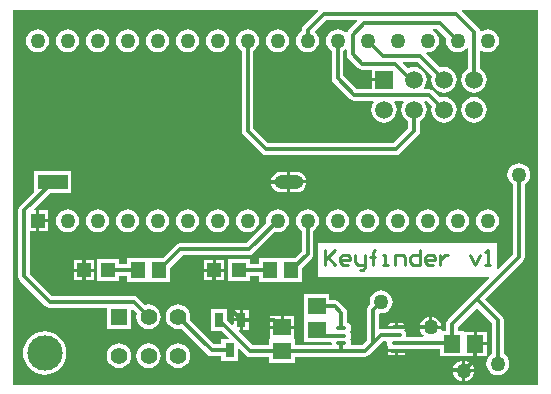
<source format=gtl>
%FSLAX25Y25*%
%MOIN*%
G70*
G01*
G75*
G04 Layer_Physical_Order=1*
G04 Layer_Color=255*
%ADD10R,0.04724X0.05512*%
%ADD11R,0.04724X0.04724*%
%ADD12O,0.03937X0.01181*%
%ADD13R,0.03937X0.01181*%
%ADD14R,0.05906X0.05512*%
%ADD15R,0.02992X0.04724*%
%ADD16R,0.05512X0.05906*%
%ADD17C,0.01300*%
%ADD18C,0.01000*%
%ADD19C,0.11811*%
%ADD20R,0.05906X0.05906*%
%ADD21C,0.05906*%
%ADD22R,0.09843X0.04724*%
%ADD23O,0.09843X0.04724*%
%ADD24R,0.05000X0.05000*%
%ADD25C,0.05000*%
%ADD26C,0.05512*%
%ADD27R,0.05512X0.05512*%
G36*
X113645Y114018D02*
Y112627D01*
X113796Y111866D01*
X114227Y111221D01*
X117327Y108121D01*
X117972Y107690D01*
X118733Y107539D01*
X122180D01*
Y104627D01*
X126133D01*
Y103627D01*
X122180D01*
Y101018D01*
X121524D01*
X121035Y101115D01*
X116956D01*
X112621Y105451D01*
Y113863D01*
X113145Y114265D01*
X113645Y114018D01*
D02*
G37*
G36*
X177500Y2500D02*
X2500D01*
Y127500D01*
X103987D01*
X104194Y127000D01*
X99227Y122033D01*
X98796Y121388D01*
X98644Y120627D01*
Y120391D01*
X97922Y119837D01*
X97313Y119044D01*
X96930Y118119D01*
X96800Y117127D01*
X96930Y116135D01*
X97313Y115211D01*
X97922Y114417D01*
X98716Y113808D01*
X99641Y113425D01*
X100633Y113294D01*
X101625Y113425D01*
X102549Y113808D01*
X103343Y114417D01*
X103952Y115211D01*
X104335Y116135D01*
X104465Y117127D01*
X104335Y118119D01*
X103952Y119044D01*
X103343Y119837D01*
X103254Y119905D01*
X103221Y120404D01*
X106829Y124012D01*
X117052D01*
X117244Y123550D01*
X114227Y120533D01*
X113860Y119984D01*
X113509Y119885D01*
X113285Y119882D01*
X112549Y120446D01*
X111625Y120829D01*
X110633Y120960D01*
X109641Y120829D01*
X108716Y120446D01*
X107922Y119837D01*
X107313Y119044D01*
X106930Y118119D01*
X106800Y117127D01*
X106930Y116135D01*
X107313Y115211D01*
X107922Y114417D01*
X108644Y113863D01*
Y104627D01*
X108796Y103866D01*
X109227Y103221D01*
X114727Y97721D01*
X115372Y97290D01*
X116133Y97139D01*
X119741D01*
X120230Y97042D01*
X122443D01*
X122664Y96593D01*
X122418Y96272D01*
X121989Y95237D01*
X121843Y94127D01*
X121989Y93017D01*
X122418Y91982D01*
X123100Y91094D01*
X123988Y90412D01*
X125022Y89984D01*
X126133Y89838D01*
X127243Y89984D01*
X128277Y90412D01*
X129166Y91094D01*
X129847Y91982D01*
X130276Y93017D01*
X130422Y94127D01*
X130276Y95237D01*
X129847Y96272D01*
X129601Y96593D01*
X129822Y97042D01*
X132443D01*
X132665Y96593D01*
X132418Y96272D01*
X131989Y95237D01*
X131843Y94127D01*
X131989Y93017D01*
X132418Y91982D01*
X133099Y91094D01*
X133988Y90412D01*
X134144Y90347D01*
Y87951D01*
X129182Y82988D01*
X87583D01*
X82621Y87951D01*
Y113863D01*
X83343Y114417D01*
X83952Y115211D01*
X84335Y116135D01*
X84465Y117127D01*
X84335Y118119D01*
X83952Y119044D01*
X83343Y119837D01*
X82549Y120446D01*
X81625Y120829D01*
X80633Y120960D01*
X79641Y120829D01*
X78716Y120446D01*
X77922Y119837D01*
X77313Y119044D01*
X76930Y118119D01*
X76800Y117127D01*
X76930Y116135D01*
X77313Y115211D01*
X77922Y114417D01*
X78644Y113863D01*
Y87127D01*
X78796Y86366D01*
X79227Y85721D01*
X85354Y79594D01*
X85999Y79163D01*
X86760Y79012D01*
X130006D01*
X130766Y79163D01*
X131411Y79594D01*
X137539Y85721D01*
X137970Y86366D01*
X138121Y87127D01*
Y90347D01*
X138277Y90412D01*
X139166Y91094D01*
X139847Y91982D01*
X140276Y93017D01*
X140422Y94127D01*
X140276Y95237D01*
X139847Y96272D01*
X139601Y96593D01*
X139822Y97042D01*
X140406D01*
X142054Y95394D01*
X141989Y95237D01*
X141843Y94127D01*
X141989Y93017D01*
X142418Y91982D01*
X143099Y91094D01*
X143988Y90412D01*
X145022Y89984D01*
X146133Y89838D01*
X147243Y89984D01*
X148277Y90412D01*
X149166Y91094D01*
X149847Y91982D01*
X150276Y93017D01*
X150422Y94127D01*
X150276Y95237D01*
X149847Y96272D01*
X149166Y97160D01*
X148277Y97842D01*
X147243Y98270D01*
X146133Y98417D01*
X145022Y98270D01*
X144866Y98206D01*
X142636Y100436D01*
X141991Y100867D01*
X141230Y101018D01*
X139738D01*
X139491Y101518D01*
X139847Y101982D01*
X140276Y103017D01*
X140422Y104127D01*
X140276Y105237D01*
X139847Y106272D01*
X139166Y107160D01*
X138277Y107842D01*
X137243Y108270D01*
X136133Y108417D01*
X135022Y108270D01*
X134164Y107915D01*
X132401Y109677D01*
X132593Y110139D01*
X137309D01*
X142054Y105394D01*
X141989Y105237D01*
X141843Y104127D01*
X141989Y103017D01*
X142418Y101982D01*
X143099Y101094D01*
X143988Y100412D01*
X145022Y99984D01*
X146133Y99838D01*
X147243Y99984D01*
X148277Y100412D01*
X149166Y101094D01*
X149847Y101982D01*
X150276Y103017D01*
X150422Y104127D01*
X150276Y105237D01*
X149847Y106272D01*
X149166Y107160D01*
X148277Y107842D01*
X147243Y108270D01*
X146133Y108417D01*
X145022Y108270D01*
X144866Y108206D01*
X140197Y112874D01*
X140419Y113322D01*
X140633Y113294D01*
X141625Y113425D01*
X142549Y113808D01*
X143343Y114417D01*
X143952Y115211D01*
X144335Y116135D01*
X144465Y117127D01*
X144335Y118119D01*
X143952Y119044D01*
X143343Y119837D01*
X142549Y120446D01*
X142391Y120512D01*
X142491Y121012D01*
X143936D01*
X146919Y118029D01*
X146800Y117127D01*
X146931Y116135D01*
X147313Y115211D01*
X147923Y114417D01*
X148716Y113808D01*
X149641Y113425D01*
X150633Y113294D01*
X151625Y113425D01*
X152549Y113808D01*
X153343Y114417D01*
X153645Y114810D01*
X154145Y114640D01*
Y107907D01*
X153988Y107842D01*
X153100Y107160D01*
X152418Y106272D01*
X151989Y105237D01*
X151843Y104127D01*
X151989Y103017D01*
X152418Y101982D01*
X153100Y101094D01*
X153988Y100412D01*
X155023Y99984D01*
X156133Y99838D01*
X157243Y99984D01*
X158277Y100412D01*
X159166Y101094D01*
X159847Y101982D01*
X160276Y103017D01*
X160422Y104127D01*
X160276Y105237D01*
X159847Y106272D01*
X159166Y107160D01*
X158277Y107842D01*
X158121Y107907D01*
Y113699D01*
X158569Y113921D01*
X158716Y113808D01*
X159641Y113425D01*
X160633Y113294D01*
X161625Y113425D01*
X162549Y113808D01*
X163343Y114417D01*
X163952Y115211D01*
X164335Y116135D01*
X164465Y117127D01*
X164335Y118119D01*
X163952Y119044D01*
X163343Y119837D01*
X162549Y120446D01*
X161625Y120829D01*
X160633Y120960D01*
X159641Y120829D01*
X158716Y120446D01*
X158587Y120347D01*
X158036Y120554D01*
X157969Y120888D01*
X157538Y121533D01*
X152071Y127000D01*
X152279Y127500D01*
X177500D01*
Y2500D01*
D02*
G37*
%LPC*%
G36*
X142133Y25091D02*
Y22127D01*
X145097D01*
X145043Y22541D01*
X144690Y23392D01*
X144129Y24123D01*
X143398Y24684D01*
X142546Y25037D01*
X142133Y25091D01*
D02*
G37*
G36*
X78070Y27501D02*
X76074D01*
Y24639D01*
X78070D01*
Y27501D01*
D02*
G37*
G36*
X81066D02*
X79070D01*
Y24639D01*
X81066D01*
Y27501D01*
D02*
G37*
G36*
X91633Y25320D02*
X88180D01*
Y22064D01*
X91633D01*
Y25320D01*
D02*
G37*
G36*
X131690Y23162D02*
X130812D01*
Y22040D01*
X133212D01*
X133188Y22161D01*
X132836Y22687D01*
X132310Y23039D01*
X131690Y23162D01*
D02*
G37*
G36*
X141133Y25091D02*
X140719Y25037D01*
X139868Y24684D01*
X139136Y24123D01*
X138575Y23392D01*
X138223Y22541D01*
X138168Y22127D01*
X141133D01*
Y25091D01*
D02*
G37*
G36*
X96085Y25320D02*
X92633D01*
Y22064D01*
X96085D01*
Y25320D01*
D02*
G37*
G36*
X25499Y43989D02*
X22637D01*
Y41127D01*
X25499D01*
Y43989D01*
D02*
G37*
G36*
X171000Y76333D02*
X170008Y76202D01*
X169084Y75819D01*
X168290Y75210D01*
X167681Y74416D01*
X167298Y73492D01*
X167167Y72500D01*
X167298Y71508D01*
X167681Y70584D01*
X168290Y69790D01*
X169012Y69236D01*
Y45818D01*
X164244Y41050D01*
X163782Y41242D01*
Y49798D01*
X104200D01*
Y38534D01*
X161074D01*
X161266Y38072D01*
X155600Y32406D01*
X147290Y24096D01*
X146859Y23451D01*
X146707Y22690D01*
Y20380D01*
X145383D01*
X145064Y20880D01*
X145097Y21127D01*
X138168D01*
X138223Y20713D01*
X138575Y19862D01*
X139136Y19131D01*
X139424Y18911D01*
X139254Y18410D01*
X133898D01*
X133581Y18797D01*
X133617Y18981D01*
X133471Y19719D01*
X133053Y20345D01*
X132880Y20460D01*
X133188Y20920D01*
X133212Y21041D01*
X127090D01*
X127032Y20970D01*
X124987D01*
X124878Y20948D01*
X124491Y21265D01*
Y26000D01*
X124867Y26329D01*
X125133Y26294D01*
X126125Y26425D01*
X127049Y26808D01*
X127843Y27417D01*
X128452Y28211D01*
X128835Y29135D01*
X128965Y30127D01*
X128835Y31119D01*
X128452Y32043D01*
X127843Y32837D01*
X127049Y33446D01*
X126125Y33829D01*
X125133Y33960D01*
X124141Y33829D01*
X123216Y33446D01*
X122423Y32837D01*
X121813Y32043D01*
X121431Y31119D01*
X121300Y30127D01*
X121419Y29225D01*
X121097Y28903D01*
X120666Y28258D01*
X120515Y27497D01*
Y17321D01*
X118896Y15702D01*
X115540D01*
X115222Y16088D01*
X115259Y16273D01*
X115112Y17010D01*
X114750Y17552D01*
X115112Y18094D01*
X115259Y18832D01*
X115112Y19570D01*
X114750Y20111D01*
X115112Y20653D01*
X115259Y21391D01*
X115112Y22129D01*
X114694Y22754D01*
X114069Y23172D01*
X113942Y23197D01*
Y26306D01*
X113790Y27067D01*
X113359Y27712D01*
X111101Y29970D01*
X110457Y30401D01*
X109696Y30552D01*
X107885D01*
Y32620D01*
X99380D01*
Y24508D01*
Y16634D01*
X107885D01*
Y16634D01*
X108092Y16833D01*
X108373Y16822D01*
X108681Y16438D01*
X108648Y16273D01*
X108685Y16088D01*
X108367Y15702D01*
X96739D01*
X96385Y16056D01*
Y17433D01*
X96385Y17553D01*
Y17746D01*
Y17746D01*
X96085Y18122D01*
Y18246D01*
Y21064D01*
X88180D01*
Y18246D01*
Y18122D01*
X87880Y17746D01*
Y17746D01*
Y17553D01*
X87880Y17433D01*
Y15678D01*
X82362D01*
X77725Y20315D01*
X77917Y20777D01*
X78070D01*
Y23639D01*
X76074D01*
Y22620D01*
X75612Y22428D01*
X73885Y24155D01*
Y27801D01*
X68293D01*
Y20477D01*
X71940D01*
X74390Y18027D01*
X74198Y17565D01*
X71837D01*
Y15891D01*
X69519D01*
X61403Y24007D01*
X61427Y24064D01*
X61566Y25123D01*
X61427Y26182D01*
X61018Y27169D01*
X60368Y28016D01*
X59521Y28666D01*
X58534Y29075D01*
X57475Y29214D01*
X56416Y29075D01*
X55430Y28666D01*
X54583Y28016D01*
X53932Y27169D01*
X53524Y26182D01*
X53384Y25123D01*
X53524Y24064D01*
X53932Y23078D01*
X54583Y22230D01*
X55430Y21580D01*
X56416Y21172D01*
X57475Y21032D01*
X58534Y21172D01*
X58591Y21195D01*
X67290Y12497D01*
X67935Y12066D01*
X68696Y11914D01*
X71837D01*
Y10240D01*
X77429D01*
Y14334D01*
X77891Y14526D01*
X80132Y12284D01*
X80777Y11853D01*
X81538Y11702D01*
X87880D01*
Y9634D01*
X96385D01*
Y11726D01*
X119719D01*
X120480Y11877D01*
X121125Y12308D01*
X123909Y15091D01*
X125811Y16993D01*
X126726D01*
X127043Y16607D01*
X127006Y16422D01*
X127153Y15685D01*
X127343Y15400D01*
Y14363D01*
X133280D01*
Y14434D01*
X144640D01*
Y11874D01*
X152438D01*
X152558Y11874D01*
X152752D01*
X152752D01*
X153127Y12174D01*
X153252D01*
X156070D01*
Y16127D01*
Y20080D01*
X153252D01*
X153127D01*
X152752Y20380D01*
X152752D01*
X152558D01*
X152438Y20380D01*
X150684D01*
Y21867D01*
X157006Y28188D01*
X162012Y23182D01*
Y12764D01*
X161290Y12210D01*
X160681Y11416D01*
X160298Y10492D01*
X160167Y9500D01*
X160298Y8508D01*
X160681Y7584D01*
X161290Y6790D01*
X162084Y6181D01*
X163008Y5798D01*
X164000Y5667D01*
X164992Y5798D01*
X165916Y6181D01*
X166710Y6790D01*
X167319Y7584D01*
X167702Y8508D01*
X167833Y9500D01*
X167702Y10492D01*
X167319Y11416D01*
X166710Y12210D01*
X165988Y12764D01*
Y24005D01*
X165837Y24766D01*
X165406Y25411D01*
X159817Y31000D01*
X172406Y43589D01*
X172837Y44234D01*
X172988Y44995D01*
Y69236D01*
X173710Y69790D01*
X174319Y70584D01*
X174702Y71508D01*
X174833Y72500D01*
X174702Y73492D01*
X174319Y74416D01*
X173710Y75210D01*
X172916Y75819D01*
X171992Y76202D01*
X171000Y76333D01*
D02*
G37*
G36*
X68999Y43989D02*
X66137D01*
Y41127D01*
X68999D01*
Y43989D01*
D02*
G37*
G36*
X29361D02*
X26499D01*
Y41127D01*
X29361D01*
Y43989D01*
D02*
G37*
G36*
Y40127D02*
X26499D01*
Y37265D01*
X29361D01*
Y40127D01*
D02*
G37*
G36*
X25499D02*
X22637D01*
Y37265D01*
X25499D01*
Y40127D01*
D02*
G37*
G36*
X72861D02*
X69999D01*
Y37265D01*
X72861D01*
Y40127D01*
D02*
G37*
G36*
X68999D02*
X66137D01*
Y37265D01*
X68999D01*
Y40127D01*
D02*
G37*
G36*
X153133Y10592D02*
Y7627D01*
X156097D01*
X156043Y8041D01*
X155690Y8892D01*
X155129Y9623D01*
X154398Y10184D01*
X153546Y10537D01*
X153133Y10592D01*
D02*
G37*
G36*
X37790Y16222D02*
X36731Y16083D01*
X35745Y15674D01*
X34897Y15024D01*
X34247Y14177D01*
X33838Y13190D01*
X33699Y12131D01*
X33838Y11072D01*
X34247Y10086D01*
X34897Y9238D01*
X35745Y8588D01*
X36731Y8180D01*
X37790Y8040D01*
X38849Y8180D01*
X39836Y8588D01*
X40683Y9238D01*
X41333Y10086D01*
X41742Y11072D01*
X41881Y12131D01*
X41742Y13190D01*
X41333Y14177D01*
X40683Y15024D01*
X39836Y15674D01*
X38849Y16083D01*
X37790Y16222D01*
D02*
G37*
G36*
X47633D02*
X46574Y16083D01*
X45587Y15674D01*
X44740Y15024D01*
X44090Y14177D01*
X43681Y13190D01*
X43542Y12131D01*
X43681Y11072D01*
X44090Y10086D01*
X44740Y9238D01*
X45587Y8588D01*
X46574Y8180D01*
X47633Y8040D01*
X48691Y8180D01*
X49678Y8588D01*
X50525Y9238D01*
X51175Y10086D01*
X51584Y11072D01*
X51724Y12131D01*
X51584Y13190D01*
X51175Y14177D01*
X50525Y15024D01*
X49678Y15674D01*
X48691Y16083D01*
X47633Y16222D01*
D02*
G37*
G36*
X152133Y10592D02*
X151719Y10537D01*
X150868Y10184D01*
X150136Y9623D01*
X149575Y8892D01*
X149223Y8041D01*
X149168Y7627D01*
X152133D01*
Y10592D01*
D02*
G37*
G36*
Y6627D02*
X149168D01*
X149223Y6213D01*
X149575Y5362D01*
X150136Y4631D01*
X150868Y4070D01*
X151719Y3717D01*
X152133Y3663D01*
Y6627D01*
D02*
G37*
G36*
X156097D02*
X153133D01*
Y3663D01*
X153546Y3717D01*
X154398Y4070D01*
X155129Y4631D01*
X155690Y5362D01*
X156043Y6213D01*
X156097Y6627D01*
D02*
G37*
G36*
X13000Y20240D02*
X11587Y20101D01*
X10229Y19689D01*
X8978Y19020D01*
X7880Y18120D01*
X6980Y17022D01*
X6311Y15771D01*
X5899Y14412D01*
X5760Y13000D01*
X5899Y11587D01*
X6311Y10229D01*
X6980Y8978D01*
X7880Y7880D01*
X8978Y6980D01*
X10229Y6311D01*
X11587Y5899D01*
X13000Y5760D01*
X14412Y5899D01*
X15771Y6311D01*
X17022Y6980D01*
X18120Y7880D01*
X19020Y8978D01*
X19689Y10229D01*
X20101Y11587D01*
X20240Y13000D01*
X20101Y14412D01*
X19689Y15771D01*
X19020Y17022D01*
X18120Y18120D01*
X17022Y19020D01*
X15771Y19689D01*
X14412Y20101D01*
X13000Y20240D01*
D02*
G37*
G36*
X57475Y16222D02*
X56416Y16083D01*
X55430Y15674D01*
X54583Y15024D01*
X53932Y14177D01*
X53524Y13190D01*
X53384Y12131D01*
X53524Y11072D01*
X53932Y10086D01*
X54583Y9238D01*
X55430Y8588D01*
X56416Y8180D01*
X57475Y8040D01*
X58534Y8180D01*
X59521Y8588D01*
X60368Y9238D01*
X61018Y10086D01*
X61427Y11072D01*
X61566Y12131D01*
X61427Y13190D01*
X61018Y14177D01*
X60368Y15024D01*
X59521Y15674D01*
X58534Y16083D01*
X57475Y16222D01*
D02*
G37*
G36*
X81066Y23639D02*
X79070D01*
Y20777D01*
X81066D01*
Y23639D01*
D02*
G37*
G36*
X21854Y73789D02*
X9411D01*
Y66718D01*
X4777Y62083D01*
X4346Y61438D01*
X4194Y60677D01*
Y38577D01*
X4346Y37816D01*
X4777Y37171D01*
X13227Y28721D01*
X13872Y28290D01*
X14633Y28139D01*
X33734D01*
Y21067D01*
X41846D01*
Y27445D01*
X42308Y27636D01*
X43705Y26239D01*
X43681Y26182D01*
X43542Y25123D01*
X43681Y24064D01*
X44090Y23078D01*
X44740Y22230D01*
X45587Y21580D01*
X46574Y21172D01*
X47633Y21032D01*
X48691Y21172D01*
X49678Y21580D01*
X50525Y22230D01*
X51175Y23078D01*
X51584Y24064D01*
X51724Y25123D01*
X51584Y26182D01*
X51175Y27169D01*
X50525Y28016D01*
X49678Y28666D01*
X48691Y29075D01*
X47633Y29214D01*
X46574Y29075D01*
X46517Y29051D01*
X44034Y31533D01*
X43389Y31964D01*
X42629Y32115D01*
X15456D01*
X8171Y39401D01*
Y53627D01*
X10133D01*
Y57127D01*
Y60627D01*
X9598D01*
X9406Y61089D01*
X14782Y66465D01*
X21854D01*
Y73789D01*
D02*
G37*
G36*
X129812Y23162D02*
X128934D01*
X128313Y23039D01*
X127787Y22687D01*
X127436Y22161D01*
X127412Y22040D01*
X129812D01*
Y23162D01*
D02*
G37*
G36*
X157070Y20080D02*
Y16627D01*
X160326D01*
Y20080D01*
X157070D01*
D02*
G37*
G36*
X160326Y15627D02*
X157070D01*
Y12174D01*
X160326D01*
Y15627D01*
D02*
G37*
G36*
X129812Y13363D02*
X127343D01*
Y12273D01*
X129812D01*
Y13363D01*
D02*
G37*
G36*
X133280D02*
X130812D01*
Y12273D01*
X133280D01*
Y13363D01*
D02*
G37*
G36*
X72861Y43989D02*
X69999D01*
Y41127D01*
X72861D01*
Y43989D01*
D02*
G37*
G36*
X93873Y73518D02*
X91814D01*
X90936Y73403D01*
X90118Y73064D01*
X89416Y72525D01*
X88877Y71823D01*
X88538Y71005D01*
X88488Y70627D01*
X93873D01*
Y73518D01*
D02*
G37*
G36*
X96932D02*
X94873D01*
Y70627D01*
X100257D01*
X100208Y71005D01*
X99869Y71823D01*
X99330Y72525D01*
X98628Y73064D01*
X97810Y73403D01*
X96932Y73518D01*
D02*
G37*
G36*
X156133Y98417D02*
X155023Y98270D01*
X153988Y97842D01*
X153100Y97160D01*
X152418Y96272D01*
X151989Y95237D01*
X151843Y94127D01*
X151989Y93017D01*
X152418Y91982D01*
X153100Y91094D01*
X153988Y90412D01*
X155023Y89984D01*
X156133Y89838D01*
X157243Y89984D01*
X158277Y90412D01*
X159166Y91094D01*
X159847Y91982D01*
X160276Y93017D01*
X160422Y94127D01*
X160276Y95237D01*
X159847Y96272D01*
X159166Y97160D01*
X158277Y97842D01*
X157243Y98270D01*
X156133Y98417D01*
D02*
G37*
G36*
X100257Y69627D02*
X94873D01*
Y66736D01*
X96932D01*
X97810Y66851D01*
X98628Y67190D01*
X99330Y67729D01*
X99869Y68432D01*
X100208Y69249D01*
X100257Y69627D01*
D02*
G37*
G36*
X14133Y56627D02*
X11133D01*
Y53627D01*
X14133D01*
Y56627D01*
D02*
G37*
G36*
Y60627D02*
X11133D01*
Y57627D01*
X14133D01*
Y60627D01*
D02*
G37*
G36*
X93873Y69627D02*
X88488D01*
X88538Y69249D01*
X88877Y68432D01*
X89416Y67729D01*
X90118Y67190D01*
X90936Y66851D01*
X91814Y66736D01*
X93873D01*
Y69627D01*
D02*
G37*
G36*
X10633Y120960D02*
X9641Y120829D01*
X8716Y120446D01*
X7923Y119837D01*
X7313Y119044D01*
X6931Y118119D01*
X6800Y117127D01*
X6931Y116135D01*
X7313Y115211D01*
X7923Y114417D01*
X8716Y113808D01*
X9641Y113425D01*
X10633Y113294D01*
X11625Y113425D01*
X12549Y113808D01*
X13343Y114417D01*
X13952Y115211D01*
X14335Y116135D01*
X14465Y117127D01*
X14335Y118119D01*
X13952Y119044D01*
X13343Y119837D01*
X12549Y120446D01*
X11625Y120829D01*
X10633Y120960D01*
D02*
G37*
G36*
X60633D02*
X59641Y120829D01*
X58716Y120446D01*
X57923Y119837D01*
X57313Y119044D01*
X56931Y118119D01*
X56800Y117127D01*
X56931Y116135D01*
X57313Y115211D01*
X57923Y114417D01*
X58716Y113808D01*
X59641Y113425D01*
X60633Y113294D01*
X61625Y113425D01*
X62549Y113808D01*
X63343Y114417D01*
X63952Y115211D01*
X64335Y116135D01*
X64465Y117127D01*
X64335Y118119D01*
X63952Y119044D01*
X63343Y119837D01*
X62549Y120446D01*
X61625Y120829D01*
X60633Y120960D01*
D02*
G37*
G36*
X70633D02*
X69641Y120829D01*
X68716Y120446D01*
X67923Y119837D01*
X67313Y119044D01*
X66931Y118119D01*
X66800Y117127D01*
X66931Y116135D01*
X67313Y115211D01*
X67923Y114417D01*
X68716Y113808D01*
X69641Y113425D01*
X70633Y113294D01*
X71625Y113425D01*
X72549Y113808D01*
X73343Y114417D01*
X73952Y115211D01*
X74335Y116135D01*
X74465Y117127D01*
X74335Y118119D01*
X73952Y119044D01*
X73343Y119837D01*
X72549Y120446D01*
X71625Y120829D01*
X70633Y120960D01*
D02*
G37*
G36*
X90633D02*
X89641Y120829D01*
X88716Y120446D01*
X87923Y119837D01*
X87313Y119044D01*
X86931Y118119D01*
X86800Y117127D01*
X86931Y116135D01*
X87313Y115211D01*
X87923Y114417D01*
X88716Y113808D01*
X89641Y113425D01*
X90633Y113294D01*
X91625Y113425D01*
X92549Y113808D01*
X93343Y114417D01*
X93952Y115211D01*
X94335Y116135D01*
X94465Y117127D01*
X94335Y118119D01*
X93952Y119044D01*
X93343Y119837D01*
X92549Y120446D01*
X91625Y120829D01*
X90633Y120960D01*
D02*
G37*
G36*
X50633D02*
X49641Y120829D01*
X48716Y120446D01*
X47923Y119837D01*
X47313Y119044D01*
X46931Y118119D01*
X46800Y117127D01*
X46931Y116135D01*
X47313Y115211D01*
X47923Y114417D01*
X48716Y113808D01*
X49641Y113425D01*
X50633Y113294D01*
X51625Y113425D01*
X52549Y113808D01*
X53343Y114417D01*
X53952Y115211D01*
X54335Y116135D01*
X54465Y117127D01*
X54335Y118119D01*
X53952Y119044D01*
X53343Y119837D01*
X52549Y120446D01*
X51625Y120829D01*
X50633Y120960D01*
D02*
G37*
G36*
X20633D02*
X19641Y120829D01*
X18716Y120446D01*
X17922Y119837D01*
X17313Y119044D01*
X16930Y118119D01*
X16800Y117127D01*
X16930Y116135D01*
X17313Y115211D01*
X17922Y114417D01*
X18716Y113808D01*
X19641Y113425D01*
X20633Y113294D01*
X21625Y113425D01*
X22549Y113808D01*
X23343Y114417D01*
X23952Y115211D01*
X24335Y116135D01*
X24465Y117127D01*
X24335Y118119D01*
X23952Y119044D01*
X23343Y119837D01*
X22549Y120446D01*
X21625Y120829D01*
X20633Y120960D01*
D02*
G37*
G36*
X30633D02*
X29641Y120829D01*
X28716Y120446D01*
X27922Y119837D01*
X27313Y119044D01*
X26930Y118119D01*
X26800Y117127D01*
X26930Y116135D01*
X27313Y115211D01*
X27922Y114417D01*
X28716Y113808D01*
X29641Y113425D01*
X30633Y113294D01*
X31625Y113425D01*
X32549Y113808D01*
X33343Y114417D01*
X33952Y115211D01*
X34335Y116135D01*
X34465Y117127D01*
X34335Y118119D01*
X33952Y119044D01*
X33343Y119837D01*
X32549Y120446D01*
X31625Y120829D01*
X30633Y120960D01*
D02*
G37*
G36*
X40633D02*
X39641Y120829D01*
X38716Y120446D01*
X37922Y119837D01*
X37313Y119044D01*
X36931Y118119D01*
X36800Y117127D01*
X36931Y116135D01*
X37313Y115211D01*
X37922Y114417D01*
X38716Y113808D01*
X39641Y113425D01*
X40633Y113294D01*
X41625Y113425D01*
X42549Y113808D01*
X43343Y114417D01*
X43952Y115211D01*
X44335Y116135D01*
X44465Y117127D01*
X44335Y118119D01*
X43952Y119044D01*
X43343Y119837D01*
X42549Y120446D01*
X41625Y120829D01*
X40633Y120960D01*
D02*
G37*
G36*
X50633Y60960D02*
X49641Y60829D01*
X48716Y60446D01*
X47923Y59837D01*
X47313Y59044D01*
X46931Y58119D01*
X46800Y57127D01*
X46931Y56135D01*
X47313Y55211D01*
X47923Y54417D01*
X48716Y53808D01*
X49641Y53425D01*
X50633Y53294D01*
X51625Y53425D01*
X52549Y53808D01*
X53343Y54417D01*
X53952Y55211D01*
X54335Y56135D01*
X54465Y57127D01*
X54335Y58119D01*
X53952Y59044D01*
X53343Y59837D01*
X52549Y60446D01*
X51625Y60829D01*
X50633Y60960D01*
D02*
G37*
G36*
X60633D02*
X59641Y60829D01*
X58716Y60446D01*
X57923Y59837D01*
X57313Y59044D01*
X56931Y58119D01*
X56800Y57127D01*
X56931Y56135D01*
X57313Y55211D01*
X57923Y54417D01*
X58716Y53808D01*
X59641Y53425D01*
X60633Y53294D01*
X61625Y53425D01*
X62549Y53808D01*
X63343Y54417D01*
X63952Y55211D01*
X64335Y56135D01*
X64465Y57127D01*
X64335Y58119D01*
X63952Y59044D01*
X63343Y59837D01*
X62549Y60446D01*
X61625Y60829D01*
X60633Y60960D01*
D02*
G37*
G36*
X70633D02*
X69641Y60829D01*
X68716Y60446D01*
X67923Y59837D01*
X67313Y59044D01*
X66931Y58119D01*
X66800Y57127D01*
X66931Y56135D01*
X67313Y55211D01*
X67923Y54417D01*
X68716Y53808D01*
X69641Y53425D01*
X70633Y53294D01*
X71625Y53425D01*
X72549Y53808D01*
X73343Y54417D01*
X73952Y55211D01*
X74335Y56135D01*
X74465Y57127D01*
X74335Y58119D01*
X73952Y59044D01*
X73343Y59837D01*
X72549Y60446D01*
X71625Y60829D01*
X70633Y60960D01*
D02*
G37*
G36*
X40633D02*
X39641Y60829D01*
X38716Y60446D01*
X37922Y59837D01*
X37313Y59044D01*
X36931Y58119D01*
X36800Y57127D01*
X36931Y56135D01*
X37313Y55211D01*
X37922Y54417D01*
X38716Y53808D01*
X39641Y53425D01*
X40633Y53294D01*
X41625Y53425D01*
X42549Y53808D01*
X43343Y54417D01*
X43952Y55211D01*
X44335Y56135D01*
X44465Y57127D01*
X44335Y58119D01*
X43952Y59044D01*
X43343Y59837D01*
X42549Y60446D01*
X41625Y60829D01*
X40633Y60960D01*
D02*
G37*
G36*
X100633D02*
X99641Y60829D01*
X98716Y60446D01*
X97922Y59837D01*
X97313Y59044D01*
X96930Y58119D01*
X96800Y57127D01*
X96930Y56135D01*
X97313Y55211D01*
X97922Y54417D01*
X98644Y53863D01*
Y46907D01*
X96420Y44683D01*
X84427D01*
Y42615D01*
X81429D01*
Y44289D01*
X74104D01*
Y36965D01*
X81429D01*
Y38639D01*
X84427D01*
Y36571D01*
X98838D01*
Y41478D01*
X102039Y44678D01*
X102470Y45323D01*
X102621Y46084D01*
Y53863D01*
X103343Y54417D01*
X103952Y55211D01*
X104335Y56135D01*
X104465Y57127D01*
X104335Y58119D01*
X103952Y59044D01*
X103343Y59837D01*
X102549Y60446D01*
X101625Y60829D01*
X100633Y60960D01*
D02*
G37*
G36*
X20633D02*
X19641Y60829D01*
X18716Y60446D01*
X17922Y59837D01*
X17313Y59044D01*
X16930Y58119D01*
X16800Y57127D01*
X16930Y56135D01*
X17313Y55211D01*
X17922Y54417D01*
X18716Y53808D01*
X19641Y53425D01*
X20633Y53294D01*
X21625Y53425D01*
X22549Y53808D01*
X23343Y54417D01*
X23952Y55211D01*
X24335Y56135D01*
X24465Y57127D01*
X24335Y58119D01*
X23952Y59044D01*
X23343Y59837D01*
X22549Y60446D01*
X21625Y60829D01*
X20633Y60960D01*
D02*
G37*
G36*
X30633D02*
X29641Y60829D01*
X28716Y60446D01*
X27922Y59837D01*
X27313Y59044D01*
X26930Y58119D01*
X26800Y57127D01*
X26930Y56135D01*
X27313Y55211D01*
X27922Y54417D01*
X28716Y53808D01*
X29641Y53425D01*
X30633Y53294D01*
X31625Y53425D01*
X32549Y53808D01*
X33343Y54417D01*
X33952Y55211D01*
X34335Y56135D01*
X34465Y57127D01*
X34335Y58119D01*
X33952Y59044D01*
X33343Y59837D01*
X32549Y60446D01*
X31625Y60829D01*
X30633Y60960D01*
D02*
G37*
G36*
X80633D02*
X79641Y60829D01*
X78716Y60446D01*
X77922Y59837D01*
X77313Y59044D01*
X76930Y58119D01*
X76800Y57127D01*
X76930Y56135D01*
X77313Y55211D01*
X77922Y54417D01*
X78716Y53808D01*
X79641Y53425D01*
X80633Y53294D01*
X81625Y53425D01*
X82549Y53808D01*
X83343Y54417D01*
X83952Y55211D01*
X84335Y56135D01*
X84465Y57127D01*
X84335Y58119D01*
X83952Y59044D01*
X83343Y59837D01*
X82549Y60446D01*
X81625Y60829D01*
X80633Y60960D01*
D02*
G37*
G36*
X140633D02*
X139641Y60829D01*
X138716Y60446D01*
X137923Y59837D01*
X137313Y59044D01*
X136931Y58119D01*
X136800Y57127D01*
X136931Y56135D01*
X137313Y55211D01*
X137923Y54417D01*
X138716Y53808D01*
X139641Y53425D01*
X140633Y53294D01*
X141625Y53425D01*
X142549Y53808D01*
X143343Y54417D01*
X143952Y55211D01*
X144335Y56135D01*
X144465Y57127D01*
X144335Y58119D01*
X143952Y59044D01*
X143343Y59837D01*
X142549Y60446D01*
X141625Y60829D01*
X140633Y60960D01*
D02*
G37*
G36*
X150633D02*
X149641Y60829D01*
X148716Y60446D01*
X147923Y59837D01*
X147313Y59044D01*
X146931Y58119D01*
X146800Y57127D01*
X146931Y56135D01*
X147313Y55211D01*
X147923Y54417D01*
X148716Y53808D01*
X149641Y53425D01*
X150633Y53294D01*
X151625Y53425D01*
X152549Y53808D01*
X153343Y54417D01*
X153952Y55211D01*
X154335Y56135D01*
X154465Y57127D01*
X154335Y58119D01*
X153952Y59044D01*
X153343Y59837D01*
X152549Y60446D01*
X151625Y60829D01*
X150633Y60960D01*
D02*
G37*
G36*
X160633D02*
X159641Y60829D01*
X158716Y60446D01*
X157922Y59837D01*
X157313Y59044D01*
X156930Y58119D01*
X156800Y57127D01*
X156930Y56135D01*
X157313Y55211D01*
X157922Y54417D01*
X158716Y53808D01*
X159641Y53425D01*
X160633Y53294D01*
X161625Y53425D01*
X162549Y53808D01*
X163343Y54417D01*
X163952Y55211D01*
X164335Y56135D01*
X164465Y57127D01*
X164335Y58119D01*
X163952Y59044D01*
X163343Y59837D01*
X162549Y60446D01*
X161625Y60829D01*
X160633Y60960D01*
D02*
G37*
G36*
X130633D02*
X129641Y60829D01*
X128716Y60446D01*
X127922Y59837D01*
X127313Y59044D01*
X126930Y58119D01*
X126800Y57127D01*
X126930Y56135D01*
X127313Y55211D01*
X127922Y54417D01*
X128716Y53808D01*
X129641Y53425D01*
X130633Y53294D01*
X131625Y53425D01*
X132549Y53808D01*
X133343Y54417D01*
X133952Y55211D01*
X134335Y56135D01*
X134465Y57127D01*
X134335Y58119D01*
X133952Y59044D01*
X133343Y59837D01*
X132549Y60446D01*
X131625Y60829D01*
X130633Y60960D01*
D02*
G37*
G36*
X90633D02*
X89641Y60829D01*
X88716Y60446D01*
X87923Y59837D01*
X87313Y59044D01*
X86931Y58119D01*
X86800Y57127D01*
X86919Y56225D01*
X80309Y49615D01*
X58176D01*
X57415Y49464D01*
X56770Y49033D01*
X52420Y44683D01*
X40427D01*
Y42615D01*
X37929D01*
Y44289D01*
X30604D01*
Y36965D01*
X37929D01*
Y38639D01*
X40427D01*
Y36571D01*
X54838D01*
Y41478D01*
X59000Y45639D01*
X81133D01*
X81893Y45790D01*
X82538Y46221D01*
X89730Y53413D01*
X90633Y53294D01*
X91625Y53425D01*
X92549Y53808D01*
X93343Y54417D01*
X93952Y55211D01*
X94335Y56135D01*
X94465Y57127D01*
X94335Y58119D01*
X93952Y59044D01*
X93343Y59837D01*
X92549Y60446D01*
X91625Y60829D01*
X90633Y60960D01*
D02*
G37*
G36*
X110633D02*
X109641Y60829D01*
X108716Y60446D01*
X107922Y59837D01*
X107313Y59044D01*
X106930Y58119D01*
X106800Y57127D01*
X106930Y56135D01*
X107313Y55211D01*
X107922Y54417D01*
X108716Y53808D01*
X109641Y53425D01*
X110633Y53294D01*
X111625Y53425D01*
X112549Y53808D01*
X113343Y54417D01*
X113952Y55211D01*
X114335Y56135D01*
X114465Y57127D01*
X114335Y58119D01*
X113952Y59044D01*
X113343Y59837D01*
X112549Y60446D01*
X111625Y60829D01*
X110633Y60960D01*
D02*
G37*
G36*
X120633D02*
X119641Y60829D01*
X118716Y60446D01*
X117922Y59837D01*
X117313Y59044D01*
X116930Y58119D01*
X116800Y57127D01*
X116930Y56135D01*
X117313Y55211D01*
X117922Y54417D01*
X118716Y53808D01*
X119641Y53425D01*
X120633Y53294D01*
X121625Y53425D01*
X122549Y53808D01*
X123343Y54417D01*
X123952Y55211D01*
X124335Y56135D01*
X124465Y57127D01*
X124335Y58119D01*
X123952Y59044D01*
X123343Y59837D01*
X122549Y60446D01*
X121625Y60829D01*
X120633Y60960D01*
D02*
G37*
%LPD*%
D10*
X51176Y40627D02*
D03*
X44089D02*
D03*
X95176D02*
D03*
X88089D02*
D03*
D11*
X34266D02*
D03*
X25999D02*
D03*
X77766D02*
D03*
X69499D02*
D03*
D12*
X111953Y13714D02*
D03*
Y16273D02*
D03*
Y18832D02*
D03*
Y21391D02*
D03*
X130312Y21541D02*
D03*
Y18981D02*
D03*
Y16422D02*
D03*
D13*
Y13863D02*
D03*
D14*
X103633Y20690D02*
D03*
Y28564D02*
D03*
X92133Y13690D02*
D03*
Y21564D02*
D03*
D15*
X78570Y24139D02*
D03*
X71089D02*
D03*
X74633Y13903D02*
D03*
D16*
X148696Y16127D02*
D03*
X156570D02*
D03*
D17*
X130006Y81000D02*
X136133Y87127D01*
X86760Y81000D02*
X130006D01*
X171000Y44995D02*
Y72500D01*
X157006Y31000D02*
X171000Y44995D01*
X80633Y87127D02*
X86760Y81000D01*
X164000Y9500D02*
Y24005D01*
X148696Y22690D02*
X157006Y31000D01*
X164000Y24005D01*
X152633Y7127D02*
X156570Y11064D01*
X118733Y109527D02*
X129739D01*
X115633Y112627D02*
X118733Y109527D01*
X115633Y112627D02*
Y119127D01*
X129739Y109527D02*
X135139Y104127D01*
X136133D01*
X120633Y117127D02*
X125633Y112127D01*
X138133D01*
X146133Y104127D01*
X100633Y117127D02*
Y120627D01*
X156133Y104127D02*
Y120127D01*
X141230Y99030D02*
X146133Y94127D01*
X120230Y99030D02*
X141230D01*
X146133Y94127D02*
Y94129D01*
X116133Y99127D02*
X121035D01*
X110633Y104627D02*
X116133Y99127D01*
X110633Y104627D02*
Y117127D01*
X80633Y87127D02*
Y117127D01*
X136133Y87127D02*
Y94127D01*
X6183Y60677D02*
X15633Y70127D01*
X6183Y38577D02*
X14633Y30127D01*
X6183Y38577D02*
Y60677D01*
X134897Y13863D02*
X141335Y7425D01*
X152335D01*
X55526D02*
X141335D01*
X48633Y33210D02*
X69499D01*
X29550D02*
X48633D01*
X52769Y29073D01*
Y10182D02*
Y29073D01*
Y10182D02*
X55526Y7425D01*
X130312Y13863D02*
X134897D01*
X130312Y21541D02*
X142046D01*
X156570Y11064D02*
Y16127D01*
X142046Y21541D02*
X142133Y21627D01*
X130312Y16422D02*
X148400D01*
X25999Y36761D02*
Y40627D01*
Y36761D02*
X29550Y33210D01*
X42629Y30127D02*
X47633Y25123D01*
X14633Y30127D02*
X42629D01*
X25999Y40627D02*
Y42627D01*
X34266Y40627D02*
X44089D01*
X25999Y42627D02*
X26183Y42443D01*
Y58970D01*
X37339Y70127D01*
X94373D01*
X111953Y13714D02*
X119719D01*
X111953D02*
Y16273D01*
X103633Y28564D02*
X109696D01*
X111953Y26306D01*
Y21391D02*
Y26306D01*
X103633Y20690D02*
X105491Y18832D01*
X111953D01*
X92156Y13714D02*
X111953D01*
X89558Y24139D02*
X92133Y21564D01*
X78570Y24139D02*
X89558D01*
X69499Y33210D02*
X78570Y24139D01*
X69499Y33210D02*
Y40627D01*
X57475Y25123D02*
X68696Y13903D01*
X74633D01*
X71089Y24139D02*
X81538Y13690D01*
X92133D01*
X51176Y40627D02*
X58176Y47627D01*
X81133D01*
X90633Y57127D01*
X95176Y40627D02*
X100633Y46084D01*
Y57127D01*
X77766Y40627D02*
X88089D01*
X148696Y16127D02*
Y22690D01*
X100633Y120627D02*
X106006Y126000D01*
X150260D01*
X156133Y120127D01*
X115633Y119127D02*
X119506Y123000D01*
X144760D01*
X150633Y117127D01*
X122503Y27497D02*
X125133Y30127D01*
X124987Y18981D02*
X130312D01*
X122503Y16497D02*
Y27497D01*
X119719Y13714D02*
X122503Y16497D01*
X124987Y18981D01*
D18*
X106500Y47498D02*
Y42500D01*
Y44166D01*
X109832Y47498D01*
X107333Y44999D01*
X109832Y42500D01*
X113998D02*
X112331D01*
X111498Y43333D01*
Y44999D01*
X112331Y45832D01*
X113998D01*
X114831Y44999D01*
Y44166D01*
X111498D01*
X116497Y45832D02*
Y43333D01*
X117330Y42500D01*
X119829D01*
Y41667D01*
X118996Y40834D01*
X118163D01*
X119829Y42500D02*
Y45832D01*
X122328Y42500D02*
Y46665D01*
Y44999D01*
X121495D01*
X123161D01*
X122328D01*
Y46665D01*
X123161Y47498D01*
X125661Y42500D02*
X127327D01*
X126494D01*
Y45832D01*
X125661D01*
X129826Y42500D02*
Y45832D01*
X132325D01*
X133158Y44999D01*
Y42500D01*
X138156Y47498D02*
Y42500D01*
X135657D01*
X134824Y43333D01*
Y44999D01*
X135657Y45832D01*
X138156D01*
X142322Y42500D02*
X140656D01*
X139822Y43333D01*
Y44999D01*
X140656Y45832D01*
X142322D01*
X143155Y44999D01*
Y44166D01*
X139822D01*
X144821Y45832D02*
Y42500D01*
Y44166D01*
X145654Y44999D01*
X146487Y45832D01*
X147320D01*
X154818D02*
X156484Y42500D01*
X158150Y45832D01*
X159816Y42500D02*
X161482D01*
X160649D01*
Y47498D01*
X159816Y46665D01*
D19*
X13000Y13000D02*
D03*
D20*
X126133Y104127D02*
D03*
D21*
X136133D02*
D03*
X156133D02*
D03*
X146133Y94127D02*
D03*
Y104127D02*
D03*
X156133Y94127D02*
D03*
X136133D02*
D03*
X126133D02*
D03*
D22*
X15633Y70127D02*
D03*
D23*
X94373D02*
D03*
D24*
X10633Y57127D02*
D03*
D25*
X20633D02*
D03*
X30633D02*
D03*
X40633D02*
D03*
X50633D02*
D03*
X60633D02*
D03*
X70633D02*
D03*
X80633D02*
D03*
X90633D02*
D03*
X100633D02*
D03*
X110633D02*
D03*
X120633D02*
D03*
X130633D02*
D03*
X140633D02*
D03*
X150633D02*
D03*
X160633D02*
D03*
Y117127D02*
D03*
X150633D02*
D03*
X140633D02*
D03*
X130633D02*
D03*
X120633D02*
D03*
X110633D02*
D03*
X100633D02*
D03*
X90633D02*
D03*
X80633D02*
D03*
X70633D02*
D03*
X60633D02*
D03*
X50633D02*
D03*
X40633D02*
D03*
X30633D02*
D03*
X20633D02*
D03*
X10633D02*
D03*
X171000Y72500D02*
D03*
X164000Y9500D02*
D03*
X141633Y21627D02*
D03*
X152633Y7127D02*
D03*
X125133Y30127D02*
D03*
D26*
X57475Y12131D02*
D03*
X47633D02*
D03*
X37790D02*
D03*
X47633Y25123D02*
D03*
X57475D02*
D03*
D27*
X37790D02*
D03*
M02*

</source>
